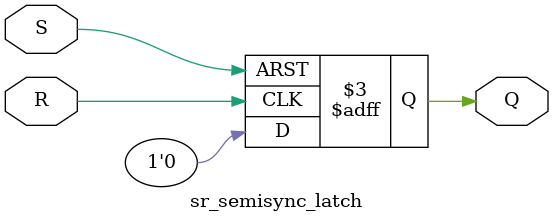
<source format=v>
module sr_semisync_latch(S, R, Q);
input S;
input R;
output reg Q = 0;

always@(posedge S, posedge R)
begin
if(S)
Q <= 1;
// Prioritize set to avoid the positive clock dominating half of each period
else if(R)
Q <= 0;
end
endmodule 
</source>
